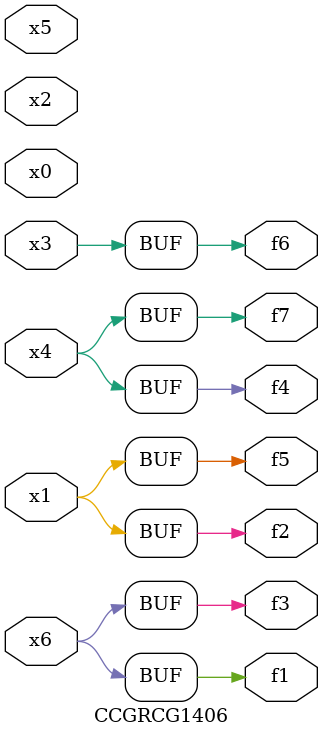
<source format=v>
module CCGRCG1406(
	input x0, x1, x2, x3, x4, x5, x6,
	output f1, f2, f3, f4, f5, f6, f7
);
	assign f1 = x6;
	assign f2 = x1;
	assign f3 = x6;
	assign f4 = x4;
	assign f5 = x1;
	assign f6 = x3;
	assign f7 = x4;
endmodule

</source>
